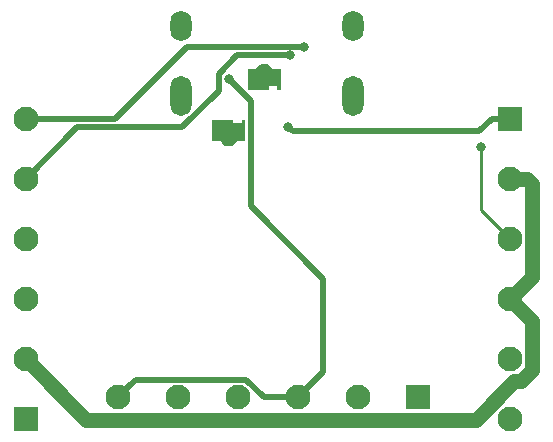
<source format=gbr>
%TF.GenerationSoftware,KiCad,Pcbnew,(5.0.2)-1*%
%TF.CreationDate,2019-01-23T22:58:30+01:00*%
%TF.ProjectId,HDMI-Terminal,48444d49-2d54-4657-926d-696e616c2e6b,rev?*%
%TF.SameCoordinates,Original*%
%TF.FileFunction,Copper,L2,Bot*%
%TF.FilePolarity,Positive*%
%FSLAX46Y46*%
G04 Gerber Fmt 4.6, Leading zero omitted, Abs format (unit mm)*
G04 Created by KiCad (PCBNEW (5.0.2)-1) date 23.01.2019 22:58:30*
%MOMM*%
%LPD*%
G01*
G04 APERTURE LIST*
%ADD10O,1.800000X3.400000*%
%ADD11O,1.800000X2.600000*%
%ADD12C,1.400000*%
%ADD13C,0.150000*%
%ADD14C,2.100000*%
%ADD15R,2.100000X2.100000*%
%ADD16C,0.800000*%
%ADD17C,0.500000*%
%ADD18C,1.270000*%
%ADD19C,0.250000*%
G04 APERTURE END LIST*
D10*
X106200000Y-71550000D03*
D11*
X106200000Y-65590000D03*
X120700000Y-65590000D03*
D10*
X120700000Y-71550000D03*
D12*
X113200000Y-69500000D03*
D13*
G36*
X114325153Y-71028426D02*
X114320462Y-71027009D01*
X114316137Y-71024704D01*
X114312344Y-71021600D01*
X114309231Y-71017815D01*
X114306915Y-71013496D01*
X114305486Y-71008808D01*
X114305000Y-71003900D01*
X114305000Y-70741090D01*
X113595000Y-70740810D01*
X113595000Y-71003600D01*
X113594520Y-71008477D01*
X113593097Y-71013167D01*
X113590787Y-71017489D01*
X113587678Y-71021278D01*
X113583889Y-71024387D01*
X113579567Y-71026697D01*
X113574877Y-71028120D01*
X113570000Y-71028600D01*
X111830000Y-71028600D01*
X111825123Y-71028120D01*
X111820433Y-71026697D01*
X111816111Y-71024387D01*
X111812322Y-71021278D01*
X111809213Y-71017489D01*
X111806903Y-71013167D01*
X111805480Y-71008477D01*
X111805000Y-71003600D01*
X111805000Y-69276400D01*
X111805480Y-69271523D01*
X111806903Y-69266833D01*
X111809213Y-69262511D01*
X111812322Y-69258722D01*
X111816111Y-69255613D01*
X111820433Y-69253303D01*
X111825123Y-69251880D01*
X111830000Y-69251400D01*
X112546211Y-69251400D01*
X112567207Y-69200711D01*
X112599590Y-69140128D01*
X112637755Y-69083010D01*
X112681334Y-69029909D01*
X112729909Y-68981334D01*
X112783010Y-68937755D01*
X112840128Y-68899590D01*
X112900711Y-68867207D01*
X112964177Y-68840919D01*
X113029914Y-68820978D01*
X113097289Y-68807576D01*
X113165653Y-68800843D01*
X113234347Y-68800843D01*
X113302711Y-68807576D01*
X113370086Y-68820978D01*
X113435823Y-68840919D01*
X113499289Y-68867207D01*
X113559872Y-68899590D01*
X113616990Y-68937755D01*
X113670091Y-68981334D01*
X113718666Y-69029909D01*
X113762245Y-69083010D01*
X113800410Y-69140128D01*
X113832793Y-69200711D01*
X113853789Y-69251400D01*
X114570000Y-69251400D01*
X114574877Y-69251880D01*
X114579567Y-69253303D01*
X114583889Y-69255613D01*
X114587678Y-69258722D01*
X114590787Y-69262511D01*
X114593097Y-69266833D01*
X114594520Y-69271523D01*
X114595000Y-69276400D01*
X114595000Y-71003600D01*
X114594520Y-71008477D01*
X114593097Y-71013167D01*
X114590787Y-71017489D01*
X114587678Y-71021278D01*
X114583889Y-71024387D01*
X114579567Y-71026697D01*
X114574877Y-71028120D01*
X114570031Y-71028600D01*
X114330031Y-71028900D01*
X114325153Y-71028426D01*
X114325153Y-71028426D01*
G37*
D12*
X110200000Y-75110000D03*
D13*
G36*
X111570031Y-73581400D02*
X111574908Y-73581886D01*
X111579596Y-73583315D01*
X111583915Y-73585631D01*
X111587700Y-73588744D01*
X111590804Y-73592537D01*
X111593109Y-73596862D01*
X111594526Y-73601553D01*
X111595000Y-73606400D01*
X111595000Y-75333600D01*
X111594520Y-75338477D01*
X111593097Y-75343167D01*
X111590787Y-75347489D01*
X111587678Y-75351278D01*
X111583889Y-75354387D01*
X111579567Y-75356697D01*
X111574877Y-75358120D01*
X111570000Y-75358600D01*
X110853789Y-75358600D01*
X110832793Y-75409289D01*
X110800410Y-75469872D01*
X110762245Y-75526990D01*
X110718666Y-75580091D01*
X110670091Y-75628666D01*
X110616990Y-75672245D01*
X110559872Y-75710410D01*
X110499289Y-75742793D01*
X110435823Y-75769081D01*
X110370086Y-75789022D01*
X110302711Y-75802424D01*
X110234347Y-75809157D01*
X110165653Y-75809157D01*
X110097289Y-75802424D01*
X110029914Y-75789022D01*
X109964177Y-75769081D01*
X109900711Y-75742793D01*
X109840128Y-75710410D01*
X109783010Y-75672245D01*
X109729909Y-75628666D01*
X109681334Y-75580091D01*
X109637755Y-75526990D01*
X109599590Y-75469872D01*
X109567207Y-75409289D01*
X109546211Y-75358600D01*
X108830000Y-75358600D01*
X108825123Y-75358120D01*
X108820433Y-75356697D01*
X108816111Y-75354387D01*
X108812322Y-75351278D01*
X108809213Y-75347489D01*
X108806903Y-75343167D01*
X108805480Y-75338477D01*
X108805000Y-75333600D01*
X108805000Y-73606400D01*
X108805480Y-73601523D01*
X108806903Y-73596833D01*
X108809213Y-73592511D01*
X108812322Y-73588722D01*
X108816111Y-73585613D01*
X108820433Y-73583303D01*
X108825123Y-73581880D01*
X108830000Y-73581400D01*
X110570000Y-73581400D01*
X110574877Y-73581880D01*
X110579567Y-73583303D01*
X110583889Y-73585613D01*
X110587678Y-73588722D01*
X110590787Y-73592511D01*
X110593097Y-73596833D01*
X110594520Y-73601523D01*
X110595000Y-73606400D01*
X110595000Y-73869190D01*
X111305000Y-73868910D01*
X111305000Y-73606100D01*
X111305480Y-73601223D01*
X111306903Y-73596533D01*
X111309213Y-73592211D01*
X111312322Y-73588422D01*
X111316111Y-73585313D01*
X111320433Y-73583003D01*
X111325123Y-73581580D01*
X111330031Y-73581100D01*
X111570031Y-73581400D01*
X111570031Y-73581400D01*
G37*
D14*
X134000000Y-98900000D03*
X134000000Y-93820000D03*
X134000000Y-88740000D03*
X134000000Y-83660000D03*
X134000000Y-78580000D03*
D15*
X134000000Y-73500000D03*
D14*
X100812600Y-97053400D03*
X105892600Y-97053400D03*
X110972600Y-97053400D03*
X116052600Y-97053400D03*
X121132600Y-97053400D03*
D15*
X126212600Y-97053400D03*
D14*
X93000000Y-73500000D03*
X93000000Y-78580000D03*
X93000000Y-83660000D03*
X93000000Y-88740000D03*
X93000000Y-93820000D03*
D15*
X93000000Y-98900000D03*
D16*
X115210000Y-74150000D03*
X115400000Y-68100000D03*
X116600000Y-67400000D03*
X131560000Y-75840000D03*
X110200000Y-70100000D03*
D17*
X115619962Y-74530000D02*
X115224981Y-74135019D01*
X131420000Y-74530000D02*
X115619962Y-74530000D01*
X134000000Y-73500000D02*
X132450000Y-73500000D01*
X132450000Y-73500000D02*
X131420000Y-74530000D01*
X115400000Y-68100000D02*
X115400000Y-68100000D01*
X114834315Y-68100000D02*
X115400000Y-68100000D01*
X97379990Y-74200010D02*
X106259192Y-74200010D01*
X93000000Y-78580000D02*
X97379990Y-74200010D01*
X106259192Y-74200010D02*
X109349999Y-71109203D01*
X109349999Y-71109203D02*
X109349999Y-69691999D01*
X109349999Y-69691999D02*
X110941998Y-68100000D01*
X110941998Y-68100000D02*
X114834315Y-68100000D01*
X100599202Y-73500000D02*
X106699202Y-67400000D01*
X93000000Y-73500000D02*
X100599202Y-73500000D01*
X106699202Y-67400000D02*
X116600000Y-67400000D01*
X116600000Y-67400000D02*
X116600000Y-67400000D01*
D18*
X135049999Y-87690001D02*
X134000000Y-88740000D01*
X135885001Y-86854999D02*
X135049999Y-87690001D01*
X135885001Y-78980077D02*
X135885001Y-86854999D01*
X134000000Y-78580000D02*
X135484924Y-78580000D01*
X135484924Y-78580000D02*
X135885001Y-78980077D01*
X135049999Y-89789999D02*
X134000000Y-88740000D01*
X135885001Y-90625001D02*
X135049999Y-89789999D01*
X93000000Y-93820000D02*
X98118401Y-98938401D01*
X98118401Y-98938401D02*
X131161599Y-98938401D01*
X131161599Y-98938401D02*
X134394999Y-95705001D01*
X134394999Y-95705001D02*
X134904801Y-95705001D01*
X134904801Y-95705001D02*
X135885001Y-94724801D01*
X135885001Y-94724801D02*
X135885001Y-90625001D01*
D19*
X131560000Y-81220000D02*
X131560000Y-75840000D01*
X134000000Y-83660000D02*
X131560000Y-81220000D01*
D17*
X101862599Y-96003401D02*
X100812600Y-97053400D01*
X102312601Y-95553399D02*
X101862599Y-96003401D01*
X111692601Y-95553399D02*
X102312601Y-95553399D01*
X116052600Y-97053400D02*
X113192602Y-97053400D01*
X113192602Y-97053400D02*
X111692601Y-95553399D01*
X112045010Y-71945010D02*
X112045010Y-80875010D01*
X110200000Y-70100000D02*
X112045010Y-71945010D01*
X112045010Y-80875010D02*
X118220000Y-87050000D01*
X118220000Y-94886000D02*
X116052600Y-97053400D01*
X118220000Y-87050000D02*
X118220000Y-94886000D01*
M02*

</source>
